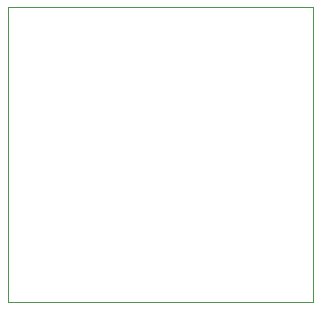
<source format=gbr>
%TF.GenerationSoftware,KiCad,Pcbnew,5.1.9-73d0e3b20d~88~ubuntu20.04.1*%
%TF.CreationDate,2021-04-09T06:43:05+02:00*%
%TF.ProjectId,pcb_port_gobelet,7063625f-706f-4727-945f-676f62656c65,rev?*%
%TF.SameCoordinates,Original*%
%TF.FileFunction,Profile,NP*%
%FSLAX46Y46*%
G04 Gerber Fmt 4.6, Leading zero omitted, Abs format (unit mm)*
G04 Created by KiCad (PCBNEW 5.1.9-73d0e3b20d~88~ubuntu20.04.1) date 2021-04-09 06:43:05*
%MOMM*%
%LPD*%
G01*
G04 APERTURE LIST*
%TA.AperFunction,Profile*%
%ADD10C,0.050000*%
%TD*%
G04 APERTURE END LIST*
D10*
X118700000Y-139000000D02*
X144500000Y-139000000D01*
X118700000Y-114000000D02*
X118700000Y-139000000D01*
X144500000Y-114000000D02*
X118700000Y-114000000D01*
X144500000Y-114000000D02*
X144500000Y-139000000D01*
M02*

</source>
